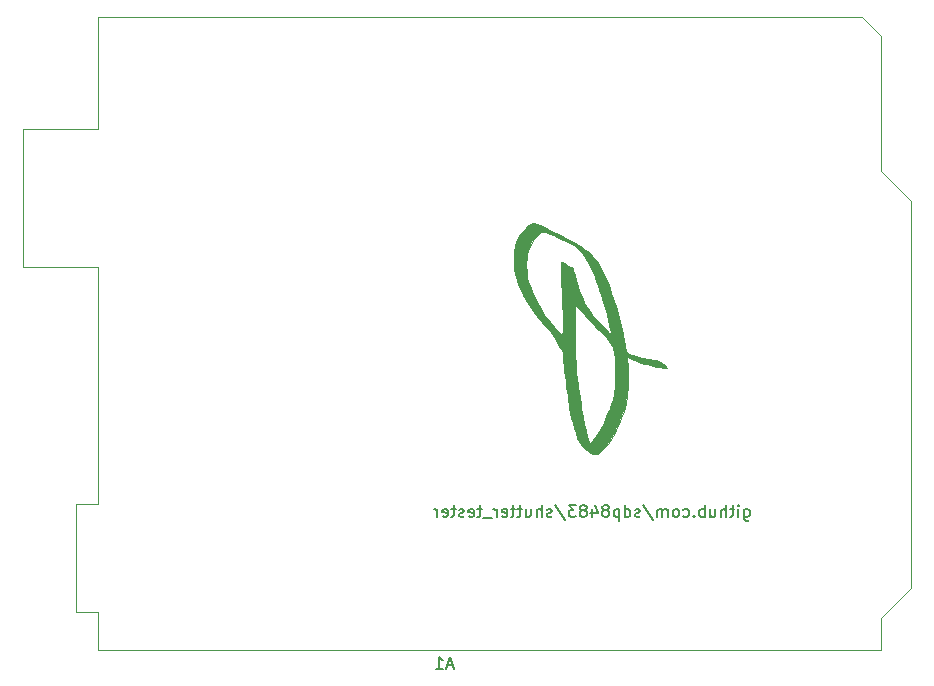
<source format=gbr>
%TF.GenerationSoftware,KiCad,Pcbnew,(6.0.2)*%
%TF.CreationDate,2022-03-01T12:54:46-05:00*%
%TF.ProjectId,arduino_shield,61726475-696e-46f5-9f73-6869656c642e,A*%
%TF.SameCoordinates,PX8954400PY4e95300*%
%TF.FileFunction,Legend,Bot*%
%TF.FilePolarity,Positive*%
%FSLAX46Y46*%
G04 Gerber Fmt 4.6, Leading zero omitted, Abs format (unit mm)*
G04 Created by KiCad (PCBNEW (6.0.2)) date 2022-03-01 12:54:46*
%MOMM*%
%LPD*%
G01*
G04 APERTURE LIST*
%ADD10C,0.150000*%
%ADD11C,0.010000*%
%ADD12C,0.120000*%
G04 APERTURE END LIST*
D10*
X39457142Y-42485714D02*
X39457142Y-43295238D01*
X39504761Y-43390476D01*
X39552380Y-43438095D01*
X39647619Y-43485714D01*
X39790476Y-43485714D01*
X39885714Y-43438095D01*
X39457142Y-43104761D02*
X39552380Y-43152380D01*
X39742857Y-43152380D01*
X39838095Y-43104761D01*
X39885714Y-43057142D01*
X39933333Y-42961904D01*
X39933333Y-42676190D01*
X39885714Y-42580952D01*
X39838095Y-42533333D01*
X39742857Y-42485714D01*
X39552380Y-42485714D01*
X39457142Y-42533333D01*
X38980952Y-43152380D02*
X38980952Y-42485714D01*
X38980952Y-42152380D02*
X39028571Y-42200000D01*
X38980952Y-42247619D01*
X38933333Y-42200000D01*
X38980952Y-42152380D01*
X38980952Y-42247619D01*
X38647619Y-42485714D02*
X38266666Y-42485714D01*
X38504761Y-42152380D02*
X38504761Y-43009523D01*
X38457142Y-43104761D01*
X38361904Y-43152380D01*
X38266666Y-43152380D01*
X37933333Y-43152380D02*
X37933333Y-42152380D01*
X37504761Y-43152380D02*
X37504761Y-42628571D01*
X37552380Y-42533333D01*
X37647619Y-42485714D01*
X37790476Y-42485714D01*
X37885714Y-42533333D01*
X37933333Y-42580952D01*
X36600000Y-42485714D02*
X36600000Y-43152380D01*
X37028571Y-42485714D02*
X37028571Y-43009523D01*
X36980952Y-43104761D01*
X36885714Y-43152380D01*
X36742857Y-43152380D01*
X36647619Y-43104761D01*
X36600000Y-43057142D01*
X36123809Y-43152380D02*
X36123809Y-42152380D01*
X36123809Y-42533333D02*
X36028571Y-42485714D01*
X35838095Y-42485714D01*
X35742857Y-42533333D01*
X35695238Y-42580952D01*
X35647619Y-42676190D01*
X35647619Y-42961904D01*
X35695238Y-43057142D01*
X35742857Y-43104761D01*
X35838095Y-43152380D01*
X36028571Y-43152380D01*
X36123809Y-43104761D01*
X35219047Y-43057142D02*
X35171428Y-43104761D01*
X35219047Y-43152380D01*
X35266666Y-43104761D01*
X35219047Y-43057142D01*
X35219047Y-43152380D01*
X34314285Y-43104761D02*
X34409523Y-43152380D01*
X34600000Y-43152380D01*
X34695238Y-43104761D01*
X34742857Y-43057142D01*
X34790476Y-42961904D01*
X34790476Y-42676190D01*
X34742857Y-42580952D01*
X34695238Y-42533333D01*
X34600000Y-42485714D01*
X34409523Y-42485714D01*
X34314285Y-42533333D01*
X33742857Y-43152380D02*
X33838095Y-43104761D01*
X33885714Y-43057142D01*
X33933333Y-42961904D01*
X33933333Y-42676190D01*
X33885714Y-42580952D01*
X33838095Y-42533333D01*
X33742857Y-42485714D01*
X33600000Y-42485714D01*
X33504761Y-42533333D01*
X33457142Y-42580952D01*
X33409523Y-42676190D01*
X33409523Y-42961904D01*
X33457142Y-43057142D01*
X33504761Y-43104761D01*
X33600000Y-43152380D01*
X33742857Y-43152380D01*
X32980952Y-43152380D02*
X32980952Y-42485714D01*
X32980952Y-42580952D02*
X32933333Y-42533333D01*
X32838095Y-42485714D01*
X32695238Y-42485714D01*
X32600000Y-42533333D01*
X32552380Y-42628571D01*
X32552380Y-43152380D01*
X32552380Y-42628571D02*
X32504761Y-42533333D01*
X32409523Y-42485714D01*
X32266666Y-42485714D01*
X32171428Y-42533333D01*
X32123809Y-42628571D01*
X32123809Y-43152380D01*
X30933333Y-42104761D02*
X31790476Y-43390476D01*
X30647619Y-43104761D02*
X30552380Y-43152380D01*
X30361904Y-43152380D01*
X30266666Y-43104761D01*
X30219047Y-43009523D01*
X30219047Y-42961904D01*
X30266666Y-42866666D01*
X30361904Y-42819047D01*
X30504761Y-42819047D01*
X30600000Y-42771428D01*
X30647619Y-42676190D01*
X30647619Y-42628571D01*
X30600000Y-42533333D01*
X30504761Y-42485714D01*
X30361904Y-42485714D01*
X30266666Y-42533333D01*
X29361904Y-43152380D02*
X29361904Y-42152380D01*
X29361904Y-43104761D02*
X29457142Y-43152380D01*
X29647619Y-43152380D01*
X29742857Y-43104761D01*
X29790476Y-43057142D01*
X29838095Y-42961904D01*
X29838095Y-42676190D01*
X29790476Y-42580952D01*
X29742857Y-42533333D01*
X29647619Y-42485714D01*
X29457142Y-42485714D01*
X29361904Y-42533333D01*
X28885714Y-42485714D02*
X28885714Y-43485714D01*
X28885714Y-42533333D02*
X28790476Y-42485714D01*
X28600000Y-42485714D01*
X28504761Y-42533333D01*
X28457142Y-42580952D01*
X28409523Y-42676190D01*
X28409523Y-42961904D01*
X28457142Y-43057142D01*
X28504761Y-43104761D01*
X28600000Y-43152380D01*
X28790476Y-43152380D01*
X28885714Y-43104761D01*
X27838095Y-42580952D02*
X27933333Y-42533333D01*
X27980952Y-42485714D01*
X28028571Y-42390476D01*
X28028571Y-42342857D01*
X27980952Y-42247619D01*
X27933333Y-42200000D01*
X27838095Y-42152380D01*
X27647619Y-42152380D01*
X27552380Y-42200000D01*
X27504761Y-42247619D01*
X27457142Y-42342857D01*
X27457142Y-42390476D01*
X27504761Y-42485714D01*
X27552380Y-42533333D01*
X27647619Y-42580952D01*
X27838095Y-42580952D01*
X27933333Y-42628571D01*
X27980952Y-42676190D01*
X28028571Y-42771428D01*
X28028571Y-42961904D01*
X27980952Y-43057142D01*
X27933333Y-43104761D01*
X27838095Y-43152380D01*
X27647619Y-43152380D01*
X27552380Y-43104761D01*
X27504761Y-43057142D01*
X27457142Y-42961904D01*
X27457142Y-42771428D01*
X27504761Y-42676190D01*
X27552380Y-42628571D01*
X27647619Y-42580952D01*
X26600000Y-42485714D02*
X26600000Y-43152380D01*
X26838095Y-42104761D02*
X27076190Y-42819047D01*
X26457142Y-42819047D01*
X25933333Y-42580952D02*
X26028571Y-42533333D01*
X26076190Y-42485714D01*
X26123809Y-42390476D01*
X26123809Y-42342857D01*
X26076190Y-42247619D01*
X26028571Y-42200000D01*
X25933333Y-42152380D01*
X25742857Y-42152380D01*
X25647619Y-42200000D01*
X25600000Y-42247619D01*
X25552380Y-42342857D01*
X25552380Y-42390476D01*
X25600000Y-42485714D01*
X25647619Y-42533333D01*
X25742857Y-42580952D01*
X25933333Y-42580952D01*
X26028571Y-42628571D01*
X26076190Y-42676190D01*
X26123809Y-42771428D01*
X26123809Y-42961904D01*
X26076190Y-43057142D01*
X26028571Y-43104761D01*
X25933333Y-43152380D01*
X25742857Y-43152380D01*
X25647619Y-43104761D01*
X25600000Y-43057142D01*
X25552380Y-42961904D01*
X25552380Y-42771428D01*
X25600000Y-42676190D01*
X25647619Y-42628571D01*
X25742857Y-42580952D01*
X25219047Y-42152380D02*
X24600000Y-42152380D01*
X24933333Y-42533333D01*
X24790476Y-42533333D01*
X24695238Y-42580952D01*
X24647619Y-42628571D01*
X24600000Y-42723809D01*
X24600000Y-42961904D01*
X24647619Y-43057142D01*
X24695238Y-43104761D01*
X24790476Y-43152380D01*
X25076190Y-43152380D01*
X25171428Y-43104761D01*
X25219047Y-43057142D01*
X23457142Y-42104761D02*
X24314285Y-43390476D01*
X23171428Y-43104761D02*
X23076190Y-43152380D01*
X22885714Y-43152380D01*
X22790476Y-43104761D01*
X22742857Y-43009523D01*
X22742857Y-42961904D01*
X22790476Y-42866666D01*
X22885714Y-42819047D01*
X23028571Y-42819047D01*
X23123809Y-42771428D01*
X23171428Y-42676190D01*
X23171428Y-42628571D01*
X23123809Y-42533333D01*
X23028571Y-42485714D01*
X22885714Y-42485714D01*
X22790476Y-42533333D01*
X22314285Y-43152380D02*
X22314285Y-42152380D01*
X21885714Y-43152380D02*
X21885714Y-42628571D01*
X21933333Y-42533333D01*
X22028571Y-42485714D01*
X22171428Y-42485714D01*
X22266666Y-42533333D01*
X22314285Y-42580952D01*
X20980952Y-42485714D02*
X20980952Y-43152380D01*
X21409523Y-42485714D02*
X21409523Y-43009523D01*
X21361904Y-43104761D01*
X21266666Y-43152380D01*
X21123809Y-43152380D01*
X21028571Y-43104761D01*
X20980952Y-43057142D01*
X20647619Y-42485714D02*
X20266666Y-42485714D01*
X20504761Y-42152380D02*
X20504761Y-43009523D01*
X20457142Y-43104761D01*
X20361904Y-43152380D01*
X20266666Y-43152380D01*
X20076190Y-42485714D02*
X19695238Y-42485714D01*
X19933333Y-42152380D02*
X19933333Y-43009523D01*
X19885714Y-43104761D01*
X19790476Y-43152380D01*
X19695238Y-43152380D01*
X18980952Y-43104761D02*
X19076190Y-43152380D01*
X19266666Y-43152380D01*
X19361904Y-43104761D01*
X19409523Y-43009523D01*
X19409523Y-42628571D01*
X19361904Y-42533333D01*
X19266666Y-42485714D01*
X19076190Y-42485714D01*
X18980952Y-42533333D01*
X18933333Y-42628571D01*
X18933333Y-42723809D01*
X19409523Y-42819047D01*
X18504761Y-43152380D02*
X18504761Y-42485714D01*
X18504761Y-42676190D02*
X18457142Y-42580952D01*
X18409523Y-42533333D01*
X18314285Y-42485714D01*
X18219047Y-42485714D01*
X18123809Y-43247619D02*
X17361904Y-43247619D01*
X17266666Y-42485714D02*
X16885714Y-42485714D01*
X17123809Y-42152380D02*
X17123809Y-43009523D01*
X17076190Y-43104761D01*
X16980952Y-43152380D01*
X16885714Y-43152380D01*
X16171428Y-43104761D02*
X16266666Y-43152380D01*
X16457142Y-43152380D01*
X16552380Y-43104761D01*
X16600000Y-43009523D01*
X16600000Y-42628571D01*
X16552380Y-42533333D01*
X16457142Y-42485714D01*
X16266666Y-42485714D01*
X16171428Y-42533333D01*
X16123809Y-42628571D01*
X16123809Y-42723809D01*
X16600000Y-42819047D01*
X15742857Y-43104761D02*
X15647619Y-43152380D01*
X15457142Y-43152380D01*
X15361904Y-43104761D01*
X15314285Y-43009523D01*
X15314285Y-42961904D01*
X15361904Y-42866666D01*
X15457142Y-42819047D01*
X15600000Y-42819047D01*
X15695238Y-42771428D01*
X15742857Y-42676190D01*
X15742857Y-42628571D01*
X15695238Y-42533333D01*
X15600000Y-42485714D01*
X15457142Y-42485714D01*
X15361904Y-42533333D01*
X15028571Y-42485714D02*
X14647619Y-42485714D01*
X14885714Y-42152380D02*
X14885714Y-43009523D01*
X14838095Y-43104761D01*
X14742857Y-43152380D01*
X14647619Y-43152380D01*
X13933333Y-43104761D02*
X14028571Y-43152380D01*
X14219047Y-43152380D01*
X14314285Y-43104761D01*
X14361904Y-43009523D01*
X14361904Y-42628571D01*
X14314285Y-42533333D01*
X14219047Y-42485714D01*
X14028571Y-42485714D01*
X13933333Y-42533333D01*
X13885714Y-42628571D01*
X13885714Y-42723809D01*
X14361904Y-42819047D01*
X13457142Y-43152380D02*
X13457142Y-42485714D01*
X13457142Y-42676190D02*
X13409523Y-42580952D01*
X13361904Y-42533333D01*
X13266666Y-42485714D01*
X13171428Y-42485714D01*
%TO.C,A1*%
X14809285Y-55716666D02*
X14333095Y-55716666D01*
X14904523Y-56002380D02*
X14571190Y-55002380D01*
X14237857Y-56002380D01*
X13380714Y-56002380D02*
X13952142Y-56002380D01*
X13666428Y-56002380D02*
X13666428Y-55002380D01*
X13761666Y-55145238D01*
X13856904Y-55240476D01*
X13952142Y-55288095D01*
D11*
%TO.C,G\u002A\u002A\u002A*%
X21389553Y-18329348D02*
X21187731Y-18459334D01*
X21187731Y-18459334D02*
X20965678Y-18656098D01*
X20965678Y-18656098D02*
X20741515Y-18903423D01*
X20741515Y-18903423D02*
X20533360Y-19185091D01*
X20533360Y-19185091D02*
X20517690Y-19209011D01*
X20517690Y-19209011D02*
X20260527Y-19677772D01*
X20260527Y-19677772D02*
X20083932Y-20176124D01*
X20083932Y-20176124D02*
X19980604Y-20728988D01*
X19980604Y-20728988D02*
X19948323Y-21152357D01*
X19948323Y-21152357D02*
X19954044Y-21718753D01*
X19954044Y-21718753D02*
X20020386Y-22274110D01*
X20020386Y-22274110D02*
X20152541Y-22838756D01*
X20152541Y-22838756D02*
X20355699Y-23433019D01*
X20355699Y-23433019D02*
X20635053Y-24077228D01*
X20635053Y-24077228D02*
X20762198Y-24339216D01*
X20762198Y-24339216D02*
X21077331Y-24934811D01*
X21077331Y-24934811D02*
X21406178Y-25474710D01*
X21406178Y-25474710D02*
X21768977Y-25987300D01*
X21768977Y-25987300D02*
X22185966Y-26500965D01*
X22185966Y-26500965D02*
X22677383Y-27044091D01*
X22677383Y-27044091D02*
X22731403Y-27101123D01*
X22731403Y-27101123D02*
X23003580Y-27400373D01*
X23003580Y-27400373D02*
X23222593Y-27676338D01*
X23222593Y-27676338D02*
X23414695Y-27966779D01*
X23414695Y-27966779D02*
X23606140Y-28309456D01*
X23606140Y-28309456D02*
X23703023Y-28498632D01*
X23703023Y-28498632D02*
X23818581Y-28717345D01*
X23818581Y-28717345D02*
X23925704Y-28900024D01*
X23925704Y-28900024D02*
X24008208Y-29019921D01*
X24008208Y-29019921D02*
X24035481Y-29048195D01*
X24035481Y-29048195D02*
X24072715Y-29098544D01*
X24072715Y-29098544D02*
X24102443Y-29199049D01*
X24102443Y-29199049D02*
X24126947Y-29365480D01*
X24126947Y-29365480D02*
X24148508Y-29613606D01*
X24148508Y-29613606D02*
X24169406Y-29959196D01*
X24169406Y-29959196D02*
X24170641Y-29982471D01*
X24170641Y-29982471D02*
X24194639Y-30315766D01*
X24194639Y-30315766D02*
X24234206Y-30727183D01*
X24234206Y-30727183D02*
X24285455Y-31182356D01*
X24285455Y-31182356D02*
X24344498Y-31646920D01*
X24344498Y-31646920D02*
X24407450Y-32086509D01*
X24407450Y-32086509D02*
X24411925Y-32115605D01*
X24411925Y-32115605D02*
X24473765Y-32519717D01*
X24473765Y-32519717D02*
X24533924Y-32920335D01*
X24533924Y-32920335D02*
X24588626Y-33291749D01*
X24588626Y-33291749D02*
X24634094Y-33608247D01*
X24634094Y-33608247D02*
X24666551Y-33844119D01*
X24666551Y-33844119D02*
X24672196Y-33887522D01*
X24672196Y-33887522D02*
X24735499Y-34287507D01*
X24735499Y-34287507D02*
X24826530Y-34733360D01*
X24826530Y-34733360D02*
X24937894Y-35197654D01*
X24937894Y-35197654D02*
X25062197Y-35652962D01*
X25062197Y-35652962D02*
X25192045Y-36071858D01*
X25192045Y-36071858D02*
X25320044Y-36426913D01*
X25320044Y-36426913D02*
X25415888Y-36646046D01*
X25415888Y-36646046D02*
X25562698Y-36919355D01*
X25562698Y-36919355D02*
X25705363Y-37122883D01*
X25705363Y-37122883D02*
X25873580Y-37295872D01*
X25873580Y-37295872D02*
X25969184Y-37377194D01*
X25969184Y-37377194D02*
X26152154Y-37520104D01*
X26152154Y-37520104D02*
X26321723Y-37642154D01*
X26321723Y-37642154D02*
X26440025Y-37716254D01*
X26440025Y-37716254D02*
X26651123Y-37795147D01*
X26651123Y-37795147D02*
X26874715Y-37832273D01*
X26874715Y-37832273D02*
X27061955Y-37820841D01*
X27061955Y-37820841D02*
X27100957Y-37808124D01*
X27100957Y-37808124D02*
X27208554Y-37734028D01*
X27208554Y-37734028D02*
X27365156Y-37590665D01*
X27365156Y-37590665D02*
X27550824Y-37399752D01*
X27550824Y-37399752D02*
X27745621Y-37183010D01*
X27745621Y-37183010D02*
X27929608Y-36962157D01*
X27929608Y-36962157D02*
X28082846Y-36758913D01*
X28082846Y-36758913D02*
X28134056Y-36682753D01*
X28134056Y-36682753D02*
X28224533Y-36527502D01*
X28224533Y-36527502D02*
X28349762Y-36293559D01*
X28349762Y-36293559D02*
X28496847Y-36005971D01*
X28496847Y-36005971D02*
X28652891Y-35689783D01*
X28652891Y-35689783D02*
X28753941Y-35478834D01*
X28753941Y-35478834D02*
X29053552Y-34796073D01*
X29053552Y-34796073D02*
X29280259Y-34160909D01*
X29280259Y-34160909D02*
X29443151Y-33541507D01*
X29443151Y-33541507D02*
X29551318Y-32906034D01*
X29551318Y-32906034D02*
X29589538Y-32552134D01*
X29589538Y-32552134D02*
X29608839Y-32247395D01*
X29608839Y-32247395D02*
X29620082Y-31877455D01*
X29620082Y-31877455D02*
X29623672Y-31468710D01*
X29623672Y-31468710D02*
X29620014Y-31047556D01*
X29620014Y-31047556D02*
X29609511Y-30640389D01*
X29609511Y-30640389D02*
X29597113Y-30372005D01*
X29597113Y-30372005D02*
X28542954Y-30372005D01*
X28542954Y-30372005D02*
X28542830Y-30849466D01*
X28542830Y-30849466D02*
X28536487Y-31267865D01*
X28536487Y-31267865D02*
X28527131Y-31698264D01*
X28527131Y-31698264D02*
X28516838Y-32036345D01*
X28516838Y-32036345D02*
X28503406Y-32303938D01*
X28503406Y-32303938D02*
X28484633Y-32522876D01*
X28484633Y-32522876D02*
X28458320Y-32714990D01*
X28458320Y-32714990D02*
X28422265Y-32902112D01*
X28422265Y-32902112D02*
X28374267Y-33106072D01*
X28374267Y-33106072D02*
X28335999Y-33256553D01*
X28335999Y-33256553D02*
X28230964Y-33601704D01*
X28230964Y-33601704D02*
X28079822Y-34015450D01*
X28079822Y-34015450D02*
X27895430Y-34468634D01*
X27895430Y-34468634D02*
X27690641Y-34932099D01*
X27690641Y-34932099D02*
X27478312Y-35376687D01*
X27478312Y-35376687D02*
X27271297Y-35773242D01*
X27271297Y-35773242D02*
X27092437Y-36077090D01*
X27092437Y-36077090D02*
X26949521Y-36283624D01*
X26949521Y-36283624D02*
X26792517Y-36483830D01*
X26792517Y-36483830D02*
X26638809Y-36658643D01*
X26638809Y-36658643D02*
X26505783Y-36789000D01*
X26505783Y-36789000D02*
X26410822Y-36855836D01*
X26410822Y-36855836D02*
X26380228Y-36858103D01*
X26380228Y-36858103D02*
X26342302Y-36792735D01*
X26342302Y-36792735D02*
X26283990Y-36644905D01*
X26283990Y-36644905D02*
X26215746Y-36442064D01*
X26215746Y-36442064D02*
X26190316Y-36359381D01*
X26190316Y-36359381D02*
X26039601Y-35820907D01*
X26039601Y-35820907D02*
X25910463Y-35275597D01*
X25910463Y-35275597D02*
X25795652Y-34689349D01*
X25795652Y-34689349D02*
X25687920Y-34028063D01*
X25687920Y-34028063D02*
X25672241Y-33922461D01*
X25672241Y-33922461D02*
X25611743Y-33510055D01*
X25611743Y-33510055D02*
X25542382Y-33036465D01*
X25542382Y-33036465D02*
X25471737Y-32553473D01*
X25471737Y-32553473D02*
X25407385Y-32112863D01*
X25407385Y-32112863D02*
X25392364Y-32009887D01*
X25392364Y-32009887D02*
X25316887Y-31430220D01*
X25316887Y-31430220D02*
X25255267Y-30815647D01*
X25255267Y-30815647D02*
X25206800Y-30152558D01*
X25206800Y-30152558D02*
X25170778Y-29427348D01*
X25170778Y-29427348D02*
X25146494Y-28626409D01*
X25146494Y-28626409D02*
X25133244Y-27736132D01*
X25133244Y-27736132D02*
X25130112Y-26957348D01*
X25130112Y-26957348D02*
X25130112Y-25047815D01*
X25130112Y-25047815D02*
X25340889Y-25360986D01*
X25340889Y-25360986D02*
X25456445Y-25512363D01*
X25456445Y-25512363D02*
X25639218Y-25727133D01*
X25639218Y-25727133D02*
X25874306Y-25989389D01*
X25874306Y-25989389D02*
X26146810Y-26283222D01*
X26146810Y-26283222D02*
X26441828Y-26592726D01*
X26441828Y-26592726D02*
X26744461Y-26901991D01*
X26744461Y-26901991D02*
X27039807Y-27195110D01*
X27039807Y-27195110D02*
X27232942Y-27380944D01*
X27232942Y-27380944D02*
X27397814Y-27548112D01*
X27397814Y-27548112D02*
X27603188Y-27772328D01*
X27603188Y-27772328D02*
X27819410Y-28020583D01*
X27819410Y-28020583D02*
X27967688Y-28198790D01*
X27967688Y-28198790D02*
X28397581Y-28727835D01*
X28397581Y-28727835D02*
X28480084Y-29341445D01*
X28480084Y-29341445D02*
X28512150Y-29637418D01*
X28512150Y-29637418D02*
X28532917Y-29974463D01*
X28532917Y-29974463D02*
X28542954Y-30372005D01*
X28542954Y-30372005D02*
X29597113Y-30372005D01*
X29597113Y-30372005D02*
X29592567Y-30273606D01*
X29592567Y-30273606D02*
X29569586Y-29973602D01*
X29569586Y-29973602D02*
X29547424Y-29801141D01*
X29547424Y-29801141D02*
X29511222Y-29590147D01*
X29511222Y-29590147D02*
X30103252Y-29840546D01*
X30103252Y-29840546D02*
X30413187Y-29964764D01*
X30413187Y-29964764D02*
X30753148Y-30090126D01*
X30753148Y-30090126D02*
X31070058Y-30197455D01*
X31070058Y-30197455D02*
X31208989Y-30240026D01*
X31208989Y-30240026D02*
X31461993Y-30306360D01*
X31461993Y-30306360D02*
X31756046Y-30372400D01*
X31756046Y-30372400D02*
X32065525Y-30433672D01*
X32065525Y-30433672D02*
X32364807Y-30485699D01*
X32364807Y-30485699D02*
X32628268Y-30524005D01*
X32628268Y-30524005D02*
X32830287Y-30544114D01*
X32830287Y-30544114D02*
X32940733Y-30542530D01*
X32940733Y-30542530D02*
X32943846Y-30506481D01*
X32943846Y-30506481D02*
X32869386Y-30426813D01*
X32869386Y-30426813D02*
X32738015Y-30318057D01*
X32738015Y-30318057D02*
X32570397Y-30194748D01*
X32570397Y-30194748D02*
X32387193Y-30071418D01*
X32387193Y-30071418D02*
X32209067Y-29962599D01*
X32209067Y-29962599D02*
X32056680Y-29882823D01*
X32056680Y-29882823D02*
X31951420Y-29846718D01*
X31951420Y-29846718D02*
X31329840Y-29754577D01*
X31329840Y-29754577D02*
X30786919Y-29653549D01*
X30786919Y-29653549D02*
X30329866Y-29545555D01*
X30329866Y-29545555D02*
X29965892Y-29432515D01*
X29965892Y-29432515D02*
X29702205Y-29316350D01*
X29702205Y-29316350D02*
X29553996Y-29207951D01*
X29553996Y-29207951D02*
X29495972Y-29125898D01*
X29495972Y-29125898D02*
X29445791Y-29004301D01*
X29445791Y-29004301D02*
X29398135Y-28823744D01*
X29398135Y-28823744D02*
X29347687Y-28564808D01*
X29347687Y-28564808D02*
X29301264Y-28285151D01*
X29301264Y-28285151D02*
X29199695Y-27728988D01*
X29199695Y-27728988D02*
X28218080Y-27728988D01*
X28218080Y-27728988D02*
X27412748Y-26912220D01*
X27412748Y-26912220D02*
X27006321Y-26487725D01*
X27006321Y-26487725D02*
X26673333Y-26109167D01*
X26673333Y-26109167D02*
X26396547Y-25753134D01*
X26396547Y-25753134D02*
X26158724Y-25396215D01*
X26158724Y-25396215D02*
X25942626Y-25014996D01*
X25942626Y-25014996D02*
X25786725Y-24703820D01*
X25786725Y-24703820D02*
X25654338Y-24394726D01*
X25654338Y-24394726D02*
X25511901Y-24006034D01*
X25511901Y-24006034D02*
X25369751Y-23570467D01*
X25369751Y-23570467D02*
X25238229Y-23120750D01*
X25238229Y-23120750D02*
X25127672Y-22689604D01*
X25127672Y-22689604D02*
X25075634Y-22453106D01*
X25075634Y-22453106D02*
X25013368Y-22209886D01*
X25013368Y-22209886D02*
X24940499Y-22064261D01*
X24940499Y-22064261D02*
X24846759Y-21999670D01*
X24846759Y-21999670D02*
X24790114Y-21992584D01*
X24790114Y-21992584D02*
X24696208Y-21961284D01*
X24696208Y-21961284D02*
X24543968Y-21879229D01*
X24543968Y-21879229D02*
X24366479Y-21764269D01*
X24366479Y-21764269D02*
X24195046Y-21650077D01*
X24195046Y-21650077D02*
X24056067Y-21568200D01*
X24056067Y-21568200D02*
X23979025Y-21535974D01*
X23979025Y-21535974D02*
X23978177Y-21535955D01*
X23978177Y-21535955D02*
X23960407Y-21590429D01*
X23960407Y-21590429D02*
X23949446Y-21743881D01*
X23949446Y-21743881D02*
X23944943Y-21981358D01*
X23944943Y-21981358D02*
X23946549Y-22287906D01*
X23946549Y-22287906D02*
X23953912Y-22648570D01*
X23953912Y-22648570D02*
X23966684Y-23048396D01*
X23966684Y-23048396D02*
X23984514Y-23472431D01*
X23984514Y-23472431D02*
X24007051Y-23905720D01*
X24007051Y-23905720D02*
X24033947Y-24333309D01*
X24033947Y-24333309D02*
X24048335Y-24532584D01*
X24048335Y-24532584D02*
X24062446Y-24768756D01*
X24062446Y-24768756D02*
X24074551Y-25067060D01*
X24074551Y-25067060D02*
X24084540Y-25410533D01*
X24084540Y-25410533D02*
X24092300Y-25782213D01*
X24092300Y-25782213D02*
X24097718Y-26165139D01*
X24097718Y-26165139D02*
X24100683Y-26542348D01*
X24100683Y-26542348D02*
X24101083Y-26896880D01*
X24101083Y-26896880D02*
X24098805Y-27211771D01*
X24098805Y-27211771D02*
X24093737Y-27470061D01*
X24093737Y-27470061D02*
X24085768Y-27654787D01*
X24085768Y-27654787D02*
X24074785Y-27748989D01*
X24074785Y-27748989D02*
X24069651Y-27757528D01*
X24069651Y-27757528D02*
X24015195Y-27719980D01*
X24015195Y-27719980D02*
X23907616Y-27622579D01*
X23907616Y-27622579D02*
X23798528Y-27514943D01*
X23798528Y-27514943D02*
X23444631Y-27136310D01*
X23444631Y-27136310D02*
X23083606Y-26718302D01*
X23083606Y-26718302D02*
X22750948Y-26303037D01*
X22750948Y-26303037D02*
X22561408Y-26047030D01*
X22561408Y-26047030D02*
X22325287Y-25683831D01*
X22325287Y-25683831D02*
X22073939Y-25244511D01*
X22073939Y-25244511D02*
X21824066Y-24762549D01*
X21824066Y-24762549D02*
X21592373Y-24271425D01*
X21592373Y-24271425D02*
X21395564Y-23804618D01*
X21395564Y-23804618D02*
X21271025Y-23460710D01*
X21271025Y-23460710D02*
X21183586Y-23183119D01*
X21183586Y-23183119D02*
X21122950Y-22956206D01*
X21122950Y-22956206D02*
X21083086Y-22743445D01*
X21083086Y-22743445D02*
X21057962Y-22508313D01*
X21057962Y-22508313D02*
X21041549Y-22214287D01*
X21041549Y-22214287D02*
X21034547Y-22028704D01*
X21034547Y-22028704D02*
X21028612Y-21572371D01*
X21028612Y-21572371D02*
X21049928Y-21195473D01*
X21049928Y-21195473D02*
X21104486Y-20865282D01*
X21104486Y-20865282D02*
X21198279Y-20549071D01*
X21198279Y-20549071D02*
X21337301Y-20214115D01*
X21337301Y-20214115D02*
X21385614Y-20111542D01*
X21385614Y-20111542D02*
X21527891Y-19861967D01*
X21527891Y-19861967D02*
X21711869Y-19604752D01*
X21711869Y-19604752D02*
X21915253Y-19365588D01*
X21915253Y-19365588D02*
X22115748Y-19170165D01*
X22115748Y-19170165D02*
X22291059Y-19044176D01*
X22291059Y-19044176D02*
X22326556Y-19027270D01*
X22326556Y-19027270D02*
X22408760Y-19005386D01*
X22408760Y-19005386D02*
X22510911Y-19005723D01*
X22510911Y-19005723D02*
X22644911Y-19032584D01*
X22644911Y-19032584D02*
X22822661Y-19090270D01*
X22822661Y-19090270D02*
X23056062Y-19183080D01*
X23056062Y-19183080D02*
X23357018Y-19315318D01*
X23357018Y-19315318D02*
X23737428Y-19491282D01*
X23737428Y-19491282D02*
X24143433Y-19683838D01*
X24143433Y-19683838D02*
X24514568Y-19865891D01*
X24514568Y-19865891D02*
X24800777Y-20018741D01*
X24800777Y-20018741D02*
X25023277Y-20155202D01*
X25023277Y-20155202D02*
X25203282Y-20288088D01*
X25203282Y-20288088D02*
X25332899Y-20402278D01*
X25332899Y-20402278D02*
X25696592Y-20803820D01*
X25696592Y-20803820D02*
X26053299Y-21311391D01*
X26053299Y-21311391D02*
X26398446Y-21916892D01*
X26398446Y-21916892D02*
X26727457Y-22612219D01*
X26727457Y-22612219D02*
X27035755Y-23389270D01*
X27035755Y-23389270D02*
X27063786Y-23467007D01*
X27063786Y-23467007D02*
X27215261Y-23907552D01*
X27215261Y-23907552D02*
X27373007Y-24396597D01*
X27373007Y-24396597D02*
X27531467Y-24914231D01*
X27531467Y-24914231D02*
X27685084Y-25440544D01*
X27685084Y-25440544D02*
X27828301Y-25955623D01*
X27828301Y-25955623D02*
X27955563Y-26439560D01*
X27955563Y-26439560D02*
X28061311Y-26872444D01*
X28061311Y-26872444D02*
X28139989Y-27234362D01*
X28139989Y-27234362D02*
X28181547Y-27472134D01*
X28181547Y-27472134D02*
X28218080Y-27728988D01*
X28218080Y-27728988D02*
X29199695Y-27728988D01*
X29199695Y-27728988D02*
X29189515Y-27673246D01*
X29189515Y-27673246D02*
X29041231Y-27001952D01*
X29041231Y-27001952D02*
X28863085Y-26293425D01*
X28863085Y-26293425D02*
X28661753Y-25569820D01*
X28661753Y-25569820D02*
X28443909Y-24853294D01*
X28443909Y-24853294D02*
X28216226Y-24166001D01*
X28216226Y-24166001D02*
X27985378Y-23530099D01*
X27985378Y-23530099D02*
X27758041Y-22967742D01*
X27758041Y-22967742D02*
X27586226Y-22591910D01*
X27586226Y-22591910D02*
X27281415Y-22008948D01*
X27281415Y-22008948D02*
X26978181Y-21519684D01*
X26978181Y-21519684D02*
X26660039Y-21105095D01*
X26660039Y-21105095D02*
X26310504Y-20746160D01*
X26310504Y-20746160D02*
X25913090Y-20423856D01*
X25913090Y-20423856D02*
X25451313Y-20119163D01*
X25451313Y-20119163D02*
X25434454Y-20108988D01*
X25434454Y-20108988D02*
X25057101Y-19889287D01*
X25057101Y-19889287D02*
X24641754Y-19660365D01*
X24641754Y-19660365D02*
X24202569Y-19428885D01*
X24202569Y-19428885D02*
X23753706Y-19201510D01*
X23753706Y-19201510D02*
X23309320Y-18984902D01*
X23309320Y-18984902D02*
X22883570Y-18785724D01*
X22883570Y-18785724D02*
X22490613Y-18610639D01*
X22490613Y-18610639D02*
X22144606Y-18466308D01*
X22144606Y-18466308D02*
X21859707Y-18359395D01*
X21859707Y-18359395D02*
X21650073Y-18296563D01*
X21650073Y-18296563D02*
X21553027Y-18282357D01*
X21553027Y-18282357D02*
X21389553Y-18329348D01*
X21389553Y-18329348D02*
X21389553Y-18329348D01*
G36*
X29620014Y-31047556D02*
G01*
X29623672Y-31468710D01*
X29620082Y-31877455D01*
X29608839Y-32247395D01*
X29589538Y-32552134D01*
X29551318Y-32906034D01*
X29443151Y-33541507D01*
X29280259Y-34160909D01*
X29053552Y-34796073D01*
X28753941Y-35478834D01*
X28652891Y-35689783D01*
X28496847Y-36005971D01*
X28349762Y-36293559D01*
X28224533Y-36527502D01*
X28134056Y-36682753D01*
X28082846Y-36758913D01*
X27929608Y-36962157D01*
X27745621Y-37183010D01*
X27550824Y-37399752D01*
X27365156Y-37590665D01*
X27208554Y-37734028D01*
X27100957Y-37808124D01*
X27061955Y-37820841D01*
X26874715Y-37832273D01*
X26651123Y-37795147D01*
X26440025Y-37716254D01*
X26321723Y-37642154D01*
X26152154Y-37520104D01*
X25969184Y-37377194D01*
X25873580Y-37295872D01*
X25705363Y-37122883D01*
X25562698Y-36919355D01*
X25415888Y-36646046D01*
X25320044Y-36426913D01*
X25192045Y-36071858D01*
X25062197Y-35652962D01*
X24937894Y-35197654D01*
X24826530Y-34733360D01*
X24735499Y-34287507D01*
X24672196Y-33887522D01*
X24666551Y-33844119D01*
X24634094Y-33608247D01*
X24588626Y-33291749D01*
X24533924Y-32920335D01*
X24473765Y-32519717D01*
X24411925Y-32115605D01*
X24407450Y-32086509D01*
X24344498Y-31646920D01*
X24285455Y-31182356D01*
X24234206Y-30727183D01*
X24194639Y-30315766D01*
X24170641Y-29982471D01*
X24169406Y-29959196D01*
X24148508Y-29613606D01*
X24126947Y-29365480D01*
X24102443Y-29199049D01*
X24072715Y-29098544D01*
X24035481Y-29048195D01*
X24008208Y-29019921D01*
X23925704Y-28900024D01*
X23818581Y-28717345D01*
X23703023Y-28498632D01*
X23606140Y-28309456D01*
X23414695Y-27966779D01*
X23222593Y-27676338D01*
X23003580Y-27400373D01*
X22731403Y-27101123D01*
X22677383Y-27044091D01*
X22185966Y-26500965D01*
X21768977Y-25987300D01*
X21406178Y-25474710D01*
X21077331Y-24934811D01*
X20762198Y-24339216D01*
X20635053Y-24077228D01*
X20355699Y-23433019D01*
X20152541Y-22838756D01*
X20020386Y-22274110D01*
X19954044Y-21718753D01*
X19952565Y-21572371D01*
X21028612Y-21572371D01*
X21034547Y-22028704D01*
X21041549Y-22214287D01*
X21057962Y-22508313D01*
X21083086Y-22743445D01*
X21122950Y-22956206D01*
X21183586Y-23183119D01*
X21271025Y-23460710D01*
X21395564Y-23804618D01*
X21592373Y-24271425D01*
X21824066Y-24762549D01*
X22073939Y-25244511D01*
X22325287Y-25683831D01*
X22561408Y-26047030D01*
X22750948Y-26303037D01*
X23083606Y-26718302D01*
X23444631Y-27136310D01*
X23798528Y-27514943D01*
X23907616Y-27622579D01*
X24015195Y-27719980D01*
X24069651Y-27757528D01*
X24074785Y-27748989D01*
X24085768Y-27654787D01*
X24093737Y-27470061D01*
X24098805Y-27211771D01*
X24100646Y-26957348D01*
X25130112Y-26957348D01*
X25133244Y-27736132D01*
X25146494Y-28626409D01*
X25170778Y-29427348D01*
X25206800Y-30152558D01*
X25255267Y-30815647D01*
X25316887Y-31430220D01*
X25392364Y-32009887D01*
X25407385Y-32112863D01*
X25471737Y-32553473D01*
X25542382Y-33036465D01*
X25611743Y-33510055D01*
X25672241Y-33922461D01*
X25687920Y-34028063D01*
X25795652Y-34689349D01*
X25910463Y-35275597D01*
X26039601Y-35820907D01*
X26190316Y-36359381D01*
X26215746Y-36442064D01*
X26283990Y-36644905D01*
X26342302Y-36792735D01*
X26380228Y-36858103D01*
X26410822Y-36855836D01*
X26505783Y-36789000D01*
X26638809Y-36658643D01*
X26792517Y-36483830D01*
X26949521Y-36283624D01*
X27092437Y-36077090D01*
X27271297Y-35773242D01*
X27478312Y-35376687D01*
X27690641Y-34932099D01*
X27895430Y-34468634D01*
X28079822Y-34015450D01*
X28230964Y-33601704D01*
X28335999Y-33256553D01*
X28374267Y-33106072D01*
X28422265Y-32902112D01*
X28458320Y-32714990D01*
X28484633Y-32522876D01*
X28503406Y-32303938D01*
X28516838Y-32036345D01*
X28527131Y-31698264D01*
X28536487Y-31267865D01*
X28542830Y-30849466D01*
X28542954Y-30372005D01*
X28532917Y-29974463D01*
X28512150Y-29637418D01*
X28480084Y-29341445D01*
X28397581Y-28727835D01*
X27967688Y-28198790D01*
X27819410Y-28020583D01*
X27603188Y-27772328D01*
X27397814Y-27548112D01*
X27232942Y-27380944D01*
X27039807Y-27195110D01*
X26744461Y-26901991D01*
X26441828Y-26592726D01*
X26146810Y-26283222D01*
X25874306Y-25989389D01*
X25639218Y-25727133D01*
X25456445Y-25512363D01*
X25340889Y-25360986D01*
X25130112Y-25047815D01*
X25130112Y-26957348D01*
X24100646Y-26957348D01*
X24101083Y-26896880D01*
X24100683Y-26542348D01*
X24097718Y-26165139D01*
X24092300Y-25782213D01*
X24084540Y-25410533D01*
X24074551Y-25067060D01*
X24062446Y-24768756D01*
X24048335Y-24532584D01*
X24033947Y-24333309D01*
X24007051Y-23905720D01*
X23984514Y-23472431D01*
X23966684Y-23048396D01*
X23953912Y-22648570D01*
X23946549Y-22287906D01*
X23944943Y-21981358D01*
X23949446Y-21743881D01*
X23960407Y-21590429D01*
X23978177Y-21535955D01*
X23979025Y-21535974D01*
X24056067Y-21568200D01*
X24195046Y-21650077D01*
X24366479Y-21764269D01*
X24543968Y-21879229D01*
X24696208Y-21961284D01*
X24790114Y-21992584D01*
X24846759Y-21999670D01*
X24940499Y-22064261D01*
X25013368Y-22209886D01*
X25075634Y-22453106D01*
X25127672Y-22689604D01*
X25238229Y-23120750D01*
X25369751Y-23570467D01*
X25511901Y-24006034D01*
X25654338Y-24394726D01*
X25786725Y-24703820D01*
X25942626Y-25014996D01*
X26158724Y-25396215D01*
X26396547Y-25753134D01*
X26673333Y-26109167D01*
X27006321Y-26487725D01*
X27412748Y-26912220D01*
X28218080Y-27728988D01*
X28181547Y-27472134D01*
X28139989Y-27234362D01*
X28061311Y-26872444D01*
X27955563Y-26439560D01*
X27828301Y-25955623D01*
X27685084Y-25440544D01*
X27531467Y-24914231D01*
X27373007Y-24396597D01*
X27215261Y-23907552D01*
X27063786Y-23467007D01*
X27035755Y-23389270D01*
X26727457Y-22612219D01*
X26398446Y-21916892D01*
X26053299Y-21311391D01*
X25696592Y-20803820D01*
X25332899Y-20402278D01*
X25203282Y-20288088D01*
X25023277Y-20155202D01*
X24800777Y-20018741D01*
X24514568Y-19865891D01*
X24143433Y-19683838D01*
X23737428Y-19491282D01*
X23357018Y-19315318D01*
X23056062Y-19183080D01*
X22822661Y-19090270D01*
X22644911Y-19032584D01*
X22510911Y-19005723D01*
X22408760Y-19005386D01*
X22326556Y-19027270D01*
X22291059Y-19044176D01*
X22115748Y-19170165D01*
X21915253Y-19365588D01*
X21711869Y-19604752D01*
X21527891Y-19861967D01*
X21385614Y-20111542D01*
X21337301Y-20214115D01*
X21198279Y-20549071D01*
X21104486Y-20865282D01*
X21049928Y-21195473D01*
X21028612Y-21572371D01*
X19952565Y-21572371D01*
X19948323Y-21152357D01*
X19980604Y-20728988D01*
X20083932Y-20176124D01*
X20260527Y-19677772D01*
X20517690Y-19209011D01*
X20533360Y-19185091D01*
X20741515Y-18903423D01*
X20965678Y-18656098D01*
X21187731Y-18459334D01*
X21389553Y-18329348D01*
X21553027Y-18282357D01*
X21650073Y-18296563D01*
X21859707Y-18359395D01*
X22144606Y-18466308D01*
X22490613Y-18610639D01*
X22883570Y-18785724D01*
X23309320Y-18984902D01*
X23753706Y-19201510D01*
X24202569Y-19428885D01*
X24641754Y-19660365D01*
X25057101Y-19889287D01*
X25434454Y-20108988D01*
X25451313Y-20119163D01*
X25913090Y-20423856D01*
X26310504Y-20746160D01*
X26660039Y-21105095D01*
X26978181Y-21519684D01*
X27281415Y-22008948D01*
X27586226Y-22591910D01*
X27758041Y-22967742D01*
X27985378Y-23530099D01*
X28216226Y-24166001D01*
X28443909Y-24853294D01*
X28661753Y-25569820D01*
X28863085Y-26293425D01*
X29041231Y-27001952D01*
X29189515Y-27673246D01*
X29199695Y-27728988D01*
X29301264Y-28285151D01*
X29347687Y-28564808D01*
X29398135Y-28823744D01*
X29445791Y-29004301D01*
X29495972Y-29125898D01*
X29553996Y-29207951D01*
X29702205Y-29316350D01*
X29965892Y-29432515D01*
X30329866Y-29545555D01*
X30786919Y-29653549D01*
X31329840Y-29754577D01*
X31951420Y-29846718D01*
X32056680Y-29882823D01*
X32209067Y-29962599D01*
X32387193Y-30071418D01*
X32570397Y-30194748D01*
X32738015Y-30318057D01*
X32869386Y-30426813D01*
X32943846Y-30506481D01*
X32940733Y-30542530D01*
X32830287Y-30544114D01*
X32628268Y-30524005D01*
X32364807Y-30485699D01*
X32065525Y-30433672D01*
X31756046Y-30372400D01*
X31461993Y-30306360D01*
X31208989Y-30240026D01*
X31070058Y-30197455D01*
X30753148Y-30090126D01*
X30413187Y-29964764D01*
X30103252Y-29840546D01*
X29511222Y-29590147D01*
X29547424Y-29801141D01*
X29569586Y-29973602D01*
X29592567Y-30273606D01*
X29597113Y-30372005D01*
X29609511Y-30640389D01*
X29620014Y-31047556D01*
G37*
X29620014Y-31047556D02*
X29623672Y-31468710D01*
X29620082Y-31877455D01*
X29608839Y-32247395D01*
X29589538Y-32552134D01*
X29551318Y-32906034D01*
X29443151Y-33541507D01*
X29280259Y-34160909D01*
X29053552Y-34796073D01*
X28753941Y-35478834D01*
X28652891Y-35689783D01*
X28496847Y-36005971D01*
X28349762Y-36293559D01*
X28224533Y-36527502D01*
X28134056Y-36682753D01*
X28082846Y-36758913D01*
X27929608Y-36962157D01*
X27745621Y-37183010D01*
X27550824Y-37399752D01*
X27365156Y-37590665D01*
X27208554Y-37734028D01*
X27100957Y-37808124D01*
X27061955Y-37820841D01*
X26874715Y-37832273D01*
X26651123Y-37795147D01*
X26440025Y-37716254D01*
X26321723Y-37642154D01*
X26152154Y-37520104D01*
X25969184Y-37377194D01*
X25873580Y-37295872D01*
X25705363Y-37122883D01*
X25562698Y-36919355D01*
X25415888Y-36646046D01*
X25320044Y-36426913D01*
X25192045Y-36071858D01*
X25062197Y-35652962D01*
X24937894Y-35197654D01*
X24826530Y-34733360D01*
X24735499Y-34287507D01*
X24672196Y-33887522D01*
X24666551Y-33844119D01*
X24634094Y-33608247D01*
X24588626Y-33291749D01*
X24533924Y-32920335D01*
X24473765Y-32519717D01*
X24411925Y-32115605D01*
X24407450Y-32086509D01*
X24344498Y-31646920D01*
X24285455Y-31182356D01*
X24234206Y-30727183D01*
X24194639Y-30315766D01*
X24170641Y-29982471D01*
X24169406Y-29959196D01*
X24148508Y-29613606D01*
X24126947Y-29365480D01*
X24102443Y-29199049D01*
X24072715Y-29098544D01*
X24035481Y-29048195D01*
X24008208Y-29019921D01*
X23925704Y-28900024D01*
X23818581Y-28717345D01*
X23703023Y-28498632D01*
X23606140Y-28309456D01*
X23414695Y-27966779D01*
X23222593Y-27676338D01*
X23003580Y-27400373D01*
X22731403Y-27101123D01*
X22677383Y-27044091D01*
X22185966Y-26500965D01*
X21768977Y-25987300D01*
X21406178Y-25474710D01*
X21077331Y-24934811D01*
X20762198Y-24339216D01*
X20635053Y-24077228D01*
X20355699Y-23433019D01*
X20152541Y-22838756D01*
X20020386Y-22274110D01*
X19954044Y-21718753D01*
X19952565Y-21572371D01*
X21028612Y-21572371D01*
X21034547Y-22028704D01*
X21041549Y-22214287D01*
X21057962Y-22508313D01*
X21083086Y-22743445D01*
X21122950Y-22956206D01*
X21183586Y-23183119D01*
X21271025Y-23460710D01*
X21395564Y-23804618D01*
X21592373Y-24271425D01*
X21824066Y-24762549D01*
X22073939Y-25244511D01*
X22325287Y-25683831D01*
X22561408Y-26047030D01*
X22750948Y-26303037D01*
X23083606Y-26718302D01*
X23444631Y-27136310D01*
X23798528Y-27514943D01*
X23907616Y-27622579D01*
X24015195Y-27719980D01*
X24069651Y-27757528D01*
X24074785Y-27748989D01*
X24085768Y-27654787D01*
X24093737Y-27470061D01*
X24098805Y-27211771D01*
X24100646Y-26957348D01*
X25130112Y-26957348D01*
X25133244Y-27736132D01*
X25146494Y-28626409D01*
X25170778Y-29427348D01*
X25206800Y-30152558D01*
X25255267Y-30815647D01*
X25316887Y-31430220D01*
X25392364Y-32009887D01*
X25407385Y-32112863D01*
X25471737Y-32553473D01*
X25542382Y-33036465D01*
X25611743Y-33510055D01*
X25672241Y-33922461D01*
X25687920Y-34028063D01*
X25795652Y-34689349D01*
X25910463Y-35275597D01*
X26039601Y-35820907D01*
X26190316Y-36359381D01*
X26215746Y-36442064D01*
X26283990Y-36644905D01*
X26342302Y-36792735D01*
X26380228Y-36858103D01*
X26410822Y-36855836D01*
X26505783Y-36789000D01*
X26638809Y-36658643D01*
X26792517Y-36483830D01*
X26949521Y-36283624D01*
X27092437Y-36077090D01*
X27271297Y-35773242D01*
X27478312Y-35376687D01*
X27690641Y-34932099D01*
X27895430Y-34468634D01*
X28079822Y-34015450D01*
X28230964Y-33601704D01*
X28335999Y-33256553D01*
X28374267Y-33106072D01*
X28422265Y-32902112D01*
X28458320Y-32714990D01*
X28484633Y-32522876D01*
X28503406Y-32303938D01*
X28516838Y-32036345D01*
X28527131Y-31698264D01*
X28536487Y-31267865D01*
X28542830Y-30849466D01*
X28542954Y-30372005D01*
X28532917Y-29974463D01*
X28512150Y-29637418D01*
X28480084Y-29341445D01*
X28397581Y-28727835D01*
X27967688Y-28198790D01*
X27819410Y-28020583D01*
X27603188Y-27772328D01*
X27397814Y-27548112D01*
X27232942Y-27380944D01*
X27039807Y-27195110D01*
X26744461Y-26901991D01*
X26441828Y-26592726D01*
X26146810Y-26283222D01*
X25874306Y-25989389D01*
X25639218Y-25727133D01*
X25456445Y-25512363D01*
X25340889Y-25360986D01*
X25130112Y-25047815D01*
X25130112Y-26957348D01*
X24100646Y-26957348D01*
X24101083Y-26896880D01*
X24100683Y-26542348D01*
X24097718Y-26165139D01*
X24092300Y-25782213D01*
X24084540Y-25410533D01*
X24074551Y-25067060D01*
X24062446Y-24768756D01*
X24048335Y-24532584D01*
X24033947Y-24333309D01*
X24007051Y-23905720D01*
X23984514Y-23472431D01*
X23966684Y-23048396D01*
X23953912Y-22648570D01*
X23946549Y-22287906D01*
X23944943Y-21981358D01*
X23949446Y-21743881D01*
X23960407Y-21590429D01*
X23978177Y-21535955D01*
X23979025Y-21535974D01*
X24056067Y-21568200D01*
X24195046Y-21650077D01*
X24366479Y-21764269D01*
X24543968Y-21879229D01*
X24696208Y-21961284D01*
X24790114Y-21992584D01*
X24846759Y-21999670D01*
X24940499Y-22064261D01*
X25013368Y-22209886D01*
X25075634Y-22453106D01*
X25127672Y-22689604D01*
X25238229Y-23120750D01*
X25369751Y-23570467D01*
X25511901Y-24006034D01*
X25654338Y-24394726D01*
X25786725Y-24703820D01*
X25942626Y-25014996D01*
X26158724Y-25396215D01*
X26396547Y-25753134D01*
X26673333Y-26109167D01*
X27006321Y-26487725D01*
X27412748Y-26912220D01*
X28218080Y-27728988D01*
X28181547Y-27472134D01*
X28139989Y-27234362D01*
X28061311Y-26872444D01*
X27955563Y-26439560D01*
X27828301Y-25955623D01*
X27685084Y-25440544D01*
X27531467Y-24914231D01*
X27373007Y-24396597D01*
X27215261Y-23907552D01*
X27063786Y-23467007D01*
X27035755Y-23389270D01*
X26727457Y-22612219D01*
X26398446Y-21916892D01*
X26053299Y-21311391D01*
X25696592Y-20803820D01*
X25332899Y-20402278D01*
X25203282Y-20288088D01*
X25023277Y-20155202D01*
X24800777Y-20018741D01*
X24514568Y-19865891D01*
X24143433Y-19683838D01*
X23737428Y-19491282D01*
X23357018Y-19315318D01*
X23056062Y-19183080D01*
X22822661Y-19090270D01*
X22644911Y-19032584D01*
X22510911Y-19005723D01*
X22408760Y-19005386D01*
X22326556Y-19027270D01*
X22291059Y-19044176D01*
X22115748Y-19170165D01*
X21915253Y-19365588D01*
X21711869Y-19604752D01*
X21527891Y-19861967D01*
X21385614Y-20111542D01*
X21337301Y-20214115D01*
X21198279Y-20549071D01*
X21104486Y-20865282D01*
X21049928Y-21195473D01*
X21028612Y-21572371D01*
X19952565Y-21572371D01*
X19948323Y-21152357D01*
X19980604Y-20728988D01*
X20083932Y-20176124D01*
X20260527Y-19677772D01*
X20517690Y-19209011D01*
X20533360Y-19185091D01*
X20741515Y-18903423D01*
X20965678Y-18656098D01*
X21187731Y-18459334D01*
X21389553Y-18329348D01*
X21553027Y-18282357D01*
X21650073Y-18296563D01*
X21859707Y-18359395D01*
X22144606Y-18466308D01*
X22490613Y-18610639D01*
X22883570Y-18785724D01*
X23309320Y-18984902D01*
X23753706Y-19201510D01*
X24202569Y-19428885D01*
X24641754Y-19660365D01*
X25057101Y-19889287D01*
X25434454Y-20108988D01*
X25451313Y-20119163D01*
X25913090Y-20423856D01*
X26310504Y-20746160D01*
X26660039Y-21105095D01*
X26978181Y-21519684D01*
X27281415Y-22008948D01*
X27586226Y-22591910D01*
X27758041Y-22967742D01*
X27985378Y-23530099D01*
X28216226Y-24166001D01*
X28443909Y-24853294D01*
X28661753Y-25569820D01*
X28863085Y-26293425D01*
X29041231Y-27001952D01*
X29189515Y-27673246D01*
X29199695Y-27728988D01*
X29301264Y-28285151D01*
X29347687Y-28564808D01*
X29398135Y-28823744D01*
X29445791Y-29004301D01*
X29495972Y-29125898D01*
X29553996Y-29207951D01*
X29702205Y-29316350D01*
X29965892Y-29432515D01*
X30329866Y-29545555D01*
X30786919Y-29653549D01*
X31329840Y-29754577D01*
X31951420Y-29846718D01*
X32056680Y-29882823D01*
X32209067Y-29962599D01*
X32387193Y-30071418D01*
X32570397Y-30194748D01*
X32738015Y-30318057D01*
X32869386Y-30426813D01*
X32943846Y-30506481D01*
X32940733Y-30542530D01*
X32830287Y-30544114D01*
X32628268Y-30524005D01*
X32364807Y-30485699D01*
X32065525Y-30433672D01*
X31756046Y-30372400D01*
X31461993Y-30306360D01*
X31208989Y-30240026D01*
X31070058Y-30197455D01*
X30753148Y-30090126D01*
X30413187Y-29964764D01*
X30103252Y-29840546D01*
X29511222Y-29590147D01*
X29547424Y-29801141D01*
X29569586Y-29973602D01*
X29592567Y-30273606D01*
X29597113Y-30372005D01*
X29609511Y-30640389D01*
X29620014Y-31047556D01*
D12*
%TO.C,A1*%
X53595000Y-49200000D02*
X51055000Y-51740000D01*
X51055000Y-54410000D02*
X-15245000Y-54410000D01*
X-15245000Y-810000D02*
X49405000Y-810000D01*
X-17145000Y-42090000D02*
X-15245000Y-42090000D01*
X-15245000Y-10340000D02*
X-15245000Y-810000D01*
X49405000Y-810000D02*
X51055000Y-2460000D01*
X-15245000Y-51230000D02*
X-17145000Y-51230000D01*
X-15245000Y-42090000D02*
X-15245000Y-22020000D01*
X-17145000Y-51230000D02*
X-17145000Y-42090000D01*
X53595000Y-16430000D02*
X53595000Y-49200000D01*
X-21595000Y-10340000D02*
X-15245000Y-10340000D01*
X-21595000Y-22020000D02*
X-21595000Y-10340000D01*
X51055000Y-13890000D02*
X53595000Y-16430000D01*
X-15245000Y-22020000D02*
X-21595000Y-22020000D01*
X51055000Y-2460000D02*
X51055000Y-13890000D01*
X-15245000Y-54410000D02*
X-15245000Y-51230000D01*
X51055000Y-51740000D02*
X51055000Y-54410000D01*
%TD*%
M02*

</source>
